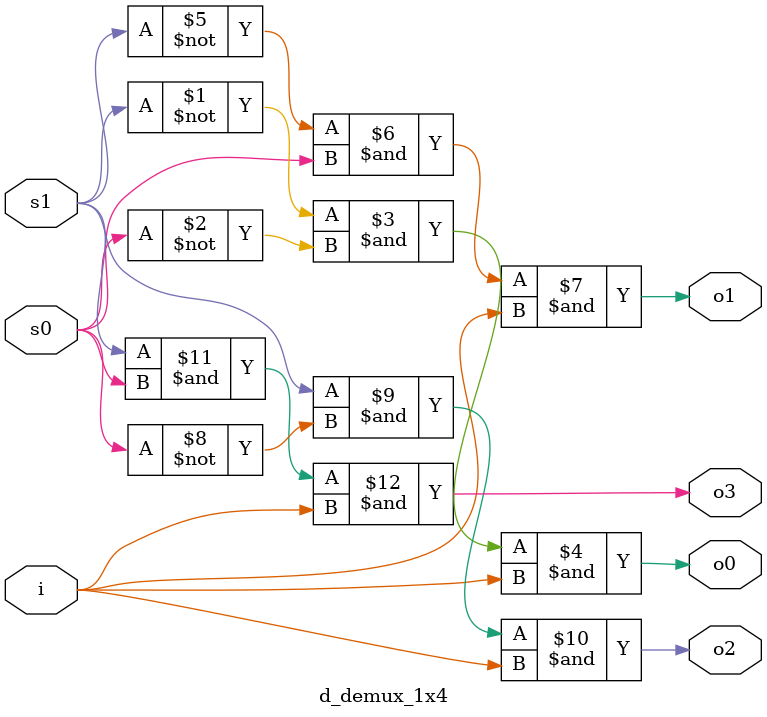
<source format=v>
module d_demux_1x4(o0,o1,o2,o3,s0,s1,i);
output o0,o1,o2,o3;
input s0,s1,i;

assign o0=~s1&~s0&i;
assign o1=~s1&s0&i;
assign o2=s1&~s0&i;
assign o3=s1&s0&i;

endmodule

</source>
